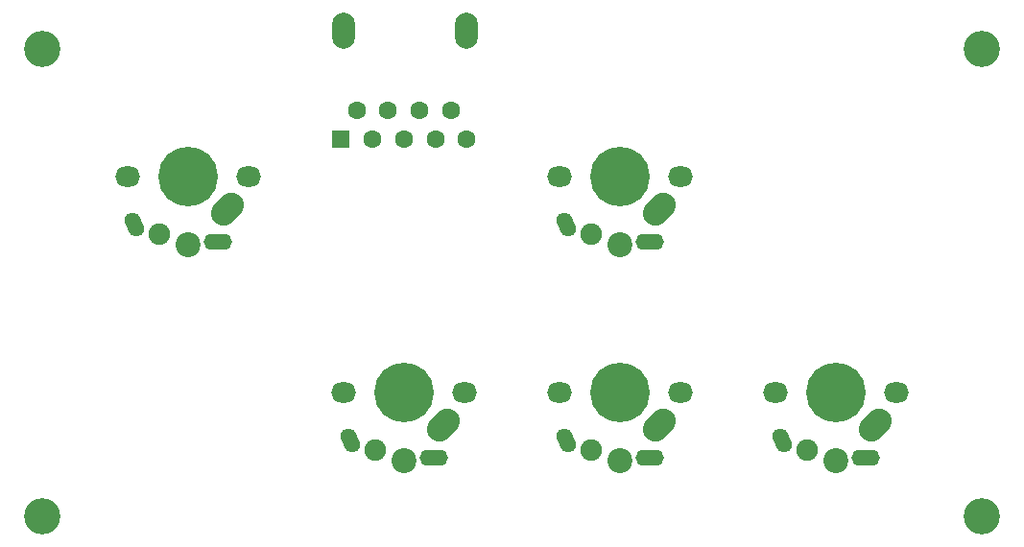
<source format=gbr>
%TF.GenerationSoftware,KiCad,Pcbnew,(7.0.0)*%
%TF.CreationDate,2023-03-20T18:55:59-07:00*%
%TF.ProjectId,JoyKeyMini,4a6f794b-6579-44d6-996e-692e6b696361,1*%
%TF.SameCoordinates,Original*%
%TF.FileFunction,Soldermask,Bot*%
%TF.FilePolarity,Negative*%
%FSLAX46Y46*%
G04 Gerber Fmt 4.6, Leading zero omitted, Abs format (unit mm)*
G04 Created by KiCad (PCBNEW (7.0.0)) date 2023-03-20 18:55:59*
%MOMM*%
%LPD*%
G01*
G04 APERTURE LIST*
G04 Aperture macros list*
%AMHorizOval*
0 Thick line with rounded ends*
0 $1 width*
0 $2 $3 position (X,Y) of the first rounded end (center of the circle)*
0 $4 $5 position (X,Y) of the second rounded end (center of the circle)*
0 Add line between two ends*
20,1,$1,$2,$3,$4,$5,0*
0 Add two circle primitives to create the rounded ends*
1,1,$1,$2,$3*
1,1,$1,$4,$5*%
G04 Aperture macros list end*
%ADD10R,1.600000X1.600000*%
%ADD11C,1.600000*%
%ADD12O,2.200000X1.800000*%
%ADD13C,5.250000*%
%ADD14HorizOval,1.400000X-0.169047X0.362523X0.169047X-0.362523X0*%
%ADD15HorizOval,2.200000X-0.353553X-0.353553X0.353553X0.353553X0*%
%ADD16C,1.900000*%
%ADD17C,2.200000*%
%ADD18O,2.500000X1.400000*%
%ADD19O,2.000000X3.200000*%
%ADD20C,3.200000*%
G04 APERTURE END LIST*
D10*
%TO.C,J1*%
X52813164Y-36136580D03*
D11*
X55583165Y-36136581D03*
X58353165Y-36136581D03*
X61123165Y-36136581D03*
X63893165Y-36136581D03*
X54198165Y-33596581D03*
X56968165Y-33596581D03*
X59738165Y-33596581D03*
X62508165Y-33596581D03*
%TD*%
D12*
%TO.C,SW6*%
X91133164Y-58468849D03*
D13*
X96463165Y-58468850D03*
D12*
X101793164Y-58468849D03*
D14*
X91763164Y-62718849D03*
D15*
X99963164Y-61338849D03*
D16*
X93923165Y-63548850D03*
D17*
X96463165Y-64468850D03*
D18*
X99063164Y-64218849D03*
%TD*%
D12*
%TO.C,SW5*%
X72083164Y-58468849D03*
D13*
X77413165Y-58468850D03*
D12*
X82743164Y-58468849D03*
D14*
X72713164Y-62718849D03*
D15*
X80913164Y-61338849D03*
D16*
X74873165Y-63548850D03*
D17*
X77413165Y-64468850D03*
D18*
X80013164Y-64218849D03*
%TD*%
D19*
%TO.C,*%
X63856799Y-26587599D03*
%TD*%
D20*
%TO.C,REF\u002A\u002A*%
X109326165Y-69363850D03*
%TD*%
%TO.C,REF\u002A\u002A*%
X26474165Y-69363850D03*
%TD*%
%TO.C,REF\u002A\u002A*%
X26474165Y-28206350D03*
%TD*%
D12*
%TO.C,SW4*%
X72083164Y-39418849D03*
D13*
X77413165Y-39418850D03*
D12*
X82743164Y-39418849D03*
D14*
X72713164Y-43668849D03*
D15*
X80913164Y-42288849D03*
D16*
X74873165Y-44498850D03*
D17*
X77413165Y-45418850D03*
D18*
X80013164Y-45168849D03*
%TD*%
D12*
%TO.C,SW3*%
X53033164Y-58468849D03*
D13*
X58363165Y-58468850D03*
D12*
X63693164Y-58468849D03*
D14*
X53663164Y-62718849D03*
D15*
X61863164Y-61338849D03*
D16*
X55823165Y-63548850D03*
D17*
X58363165Y-64468850D03*
D18*
X60963164Y-64218849D03*
%TD*%
D19*
%TO.C,*%
X53061799Y-26587599D03*
%TD*%
D12*
%TO.C,SW1*%
X33983164Y-39418849D03*
D13*
X39313165Y-39418850D03*
D12*
X44643164Y-39418849D03*
D14*
X34613164Y-43668849D03*
D15*
X42813164Y-42288849D03*
D16*
X36773165Y-44498850D03*
D17*
X39313165Y-45418850D03*
D18*
X41913164Y-45168849D03*
%TD*%
D20*
%TO.C,REF\u002A\u002A*%
X109326165Y-28138850D03*
%TD*%
M02*

</source>
